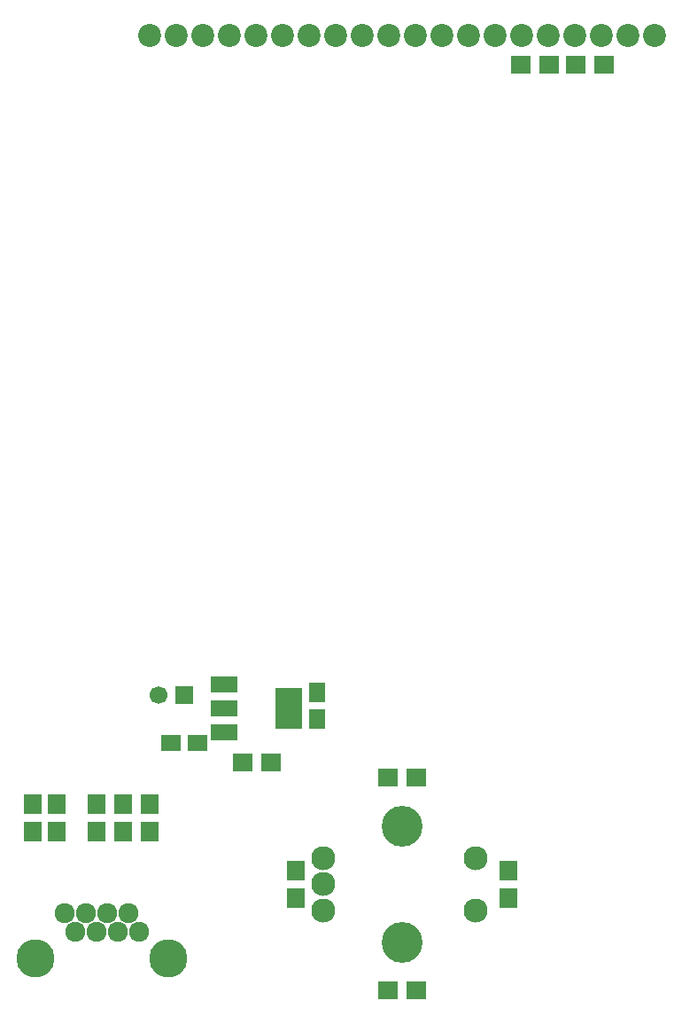
<source format=gbr>
G04 #@! TF.FileFunction,Soldermask,Top*
%FSLAX46Y46*%
G04 Gerber Fmt 4.6, Leading zero omitted, Abs format (unit mm)*
G04 Created by KiCad (PCBNEW 4.0.2+dfsg1-stable) date Mon 11 Jun 2018 12:13:27 PM EDT*
%MOMM*%
G01*
G04 APERTURE LIST*
%ADD10C,0.100000*%
%ADD11R,1.700000X1.900000*%
%ADD12R,1.900000X1.700000*%
%ADD13R,1.900000X1.650000*%
%ADD14C,1.700000*%
%ADD15R,1.700000X1.700000*%
%ADD16R,1.650000X1.900000*%
%ADD17R,2.600000X1.600000*%
%ADD18R,2.600000X3.900000*%
%ADD19C,2.200000*%
%ADD20C,2.300000*%
%ADD21C,3.900000*%
%ADD22C,3.651200*%
%ADD23C,1.924000*%
G04 APERTURE END LIST*
D10*
D11*
X68834000Y-129620000D03*
X68834000Y-126920000D03*
D12*
X117326400Y-56388000D03*
X114626400Y-56388000D03*
X112094000Y-56388000D03*
X109394000Y-56388000D03*
D13*
X78484929Y-121110373D03*
X75984929Y-121110373D03*
D14*
X74734929Y-116538373D03*
D15*
X77234929Y-116538373D03*
D16*
X89934929Y-118804373D03*
X89934929Y-116304373D03*
D11*
X73914000Y-129620000D03*
X73914000Y-126920000D03*
X71374000Y-129620000D03*
X71374000Y-126920000D03*
X65024000Y-129620000D03*
X65024000Y-126920000D03*
X62738000Y-126920000D03*
X62738000Y-129620000D03*
D17*
X81044929Y-120108373D03*
X81044929Y-117808373D03*
X81044929Y-115508373D03*
D18*
X87244929Y-117808373D03*
D19*
X122174000Y-53594000D03*
X119634000Y-53594000D03*
X117094000Y-53594000D03*
X114554000Y-53594000D03*
X112014000Y-53594000D03*
X109474000Y-53594000D03*
X106934000Y-53594000D03*
X104394000Y-53594000D03*
X101854000Y-53594000D03*
X99314000Y-53594000D03*
X96774000Y-53594000D03*
X94234000Y-53594000D03*
X91694000Y-53594000D03*
X89154000Y-53594000D03*
X86614000Y-53594000D03*
X84074000Y-53594000D03*
X81534000Y-53594000D03*
X78994000Y-53594000D03*
X76454000Y-53594000D03*
X73914000Y-53594000D03*
D11*
X87884000Y-135970000D03*
X87884000Y-133270000D03*
D12*
X99394000Y-144780000D03*
X96694000Y-144780000D03*
D11*
X108204000Y-133270000D03*
X108204000Y-135970000D03*
D12*
X96694000Y-124460000D03*
X99394000Y-124460000D03*
D20*
X105044000Y-132120000D03*
X105044000Y-137120000D03*
X90544000Y-132120000D03*
X90544000Y-134620000D03*
X90544000Y-137120000D03*
D21*
X98044000Y-140170000D03*
X98044000Y-129070000D03*
D12*
X85499993Y-122982401D03*
X82799993Y-122982401D03*
D22*
X62992000Y-141732000D03*
X75692000Y-141732000D03*
D23*
X66802000Y-139192000D03*
X68834000Y-139192000D03*
X70866000Y-139192000D03*
X72898000Y-139192000D03*
X65786000Y-137414000D03*
X67818000Y-137414000D03*
X69850000Y-137414000D03*
X71882000Y-137414000D03*
M02*

</source>
